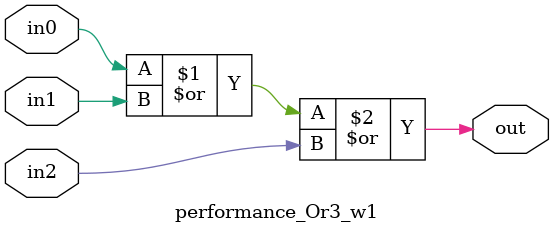
<source format=v>
  module performance_Or3_w1 ( 
in0,
 in1,
 in2,
 out);
input  in0;
input  in1;
input  in2;
output  out;

assign out =  in0| in1| in2;
endmodule

</source>
